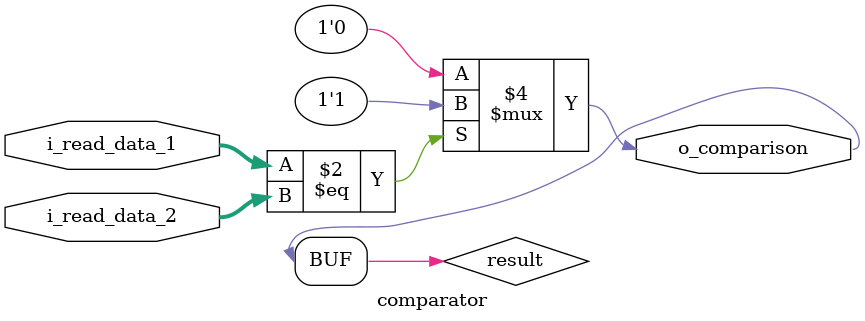
<source format=v>
/**

**/

module comparator
    #(
        // Parameters
        parameter INST_SZ   =   32
    )
    (
        // Inputs
        input wire [INST_SZ-1 : 0]      i_read_data_1,              // Read Data 1
        input wire [INST_SZ-1 : 0]      i_read_data_2,              // Read Data 2
        // Outputs
        output wire                     o_comparison                // Output PC
    );

    //! Signal Declaration
    reg result;

    // Body
    always @(*) 
    begin
        if(i_read_data_1 == i_read_data_2)
        begin
            result = 1;
        end
        else
        begin
            result = 0;
        end
    end

    //! Assignments
    assign o_comparison = result;

endmodule
</source>
